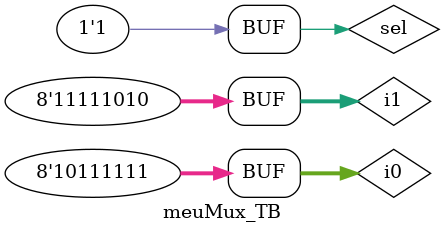
<source format=v>
module meuMux(
	input[7:0] i0, i1,
	input sel,
	output reg[7:0] out

);
	// se sel igual a 1, out igual a i1. Se sel igual a 0, out igual a 0.
	always @(sel) begin
	
		if (sel == 1)
			out = i1;
		else
			out = i0;
	end
endmodule

module meuMux_TB;

	// sinais
	
	reg [7:0] i0, i1;
	
	reg sel;
	
	wire [7:0] out;
	
	// chamando modulo do mux
	meuMux
	
	meuMux_TB(.i0(i0), .i1(i1), .sel(sel), .out(out));
	
	
	initial 
	begin
	// teste 1
	i0=8'h0F; i1=8'hF0; sel=1'b0; #10;
	// teste 2
	i0=8'h0F; i1=8'hF0; sel=1'b1; #10;
	// teste 3
	i0=8'h0F; i1=8'hFA; sel=1'b1; #10;
	// teste 4
	i0=8'hBF; i1=8'hFA; sel=1'b1; #10;
	end
endmodule
	
/*	
	A = 1010 -> 10
	B = 1011 -> 11
	C = 1100 -> 12
	D = 1101 -> 13
	E = 1110 -> 14
	F = 1111 -> 15
  	
*/

</source>
